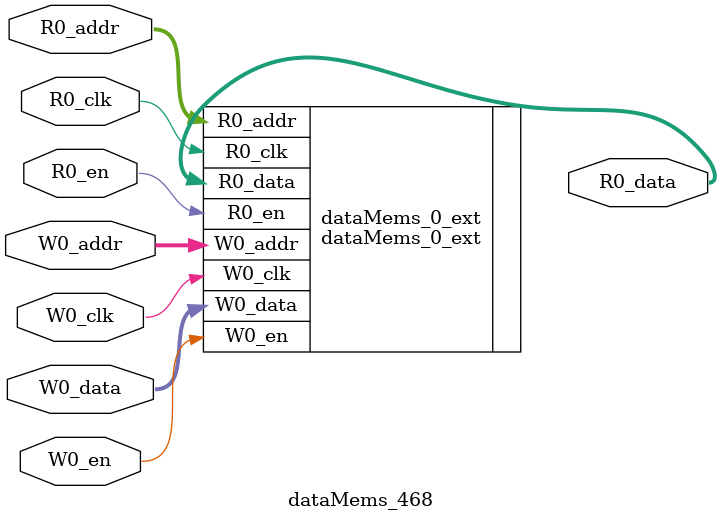
<source format=sv>
`ifndef RANDOMIZE
  `ifdef RANDOMIZE_REG_INIT
    `define RANDOMIZE
  `endif // RANDOMIZE_REG_INIT
`endif // not def RANDOMIZE
`ifndef RANDOMIZE
  `ifdef RANDOMIZE_MEM_INIT
    `define RANDOMIZE
  `endif // RANDOMIZE_MEM_INIT
`endif // not def RANDOMIZE

`ifndef RANDOM
  `define RANDOM $random
`endif // not def RANDOM

// Users can define 'PRINTF_COND' to add an extra gate to prints.
`ifndef PRINTF_COND_
  `ifdef PRINTF_COND
    `define PRINTF_COND_ (`PRINTF_COND)
  `else  // PRINTF_COND
    `define PRINTF_COND_ 1
  `endif // PRINTF_COND
`endif // not def PRINTF_COND_

// Users can define 'ASSERT_VERBOSE_COND' to add an extra gate to assert error printing.
`ifndef ASSERT_VERBOSE_COND_
  `ifdef ASSERT_VERBOSE_COND
    `define ASSERT_VERBOSE_COND_ (`ASSERT_VERBOSE_COND)
  `else  // ASSERT_VERBOSE_COND
    `define ASSERT_VERBOSE_COND_ 1
  `endif // ASSERT_VERBOSE_COND
`endif // not def ASSERT_VERBOSE_COND_

// Users can define 'STOP_COND' to add an extra gate to stop conditions.
`ifndef STOP_COND_
  `ifdef STOP_COND
    `define STOP_COND_ (`STOP_COND)
  `else  // STOP_COND
    `define STOP_COND_ 1
  `endif // STOP_COND
`endif // not def STOP_COND_

// Users can define INIT_RANDOM as general code that gets injected into the
// initializer block for modules with registers.
`ifndef INIT_RANDOM
  `define INIT_RANDOM
`endif // not def INIT_RANDOM

// If using random initialization, you can also define RANDOMIZE_DELAY to
// customize the delay used, otherwise 0.002 is used.
`ifndef RANDOMIZE_DELAY
  `define RANDOMIZE_DELAY 0.002
`endif // not def RANDOMIZE_DELAY

// Define INIT_RANDOM_PROLOG_ for use in our modules below.
`ifndef INIT_RANDOM_PROLOG_
  `ifdef RANDOMIZE
    `ifdef VERILATOR
      `define INIT_RANDOM_PROLOG_ `INIT_RANDOM
    `else  // VERILATOR
      `define INIT_RANDOM_PROLOG_ `INIT_RANDOM #`RANDOMIZE_DELAY begin end
    `endif // VERILATOR
  `else  // RANDOMIZE
    `define INIT_RANDOM_PROLOG_
  `endif // RANDOMIZE
`endif // not def INIT_RANDOM_PROLOG_

// Include register initializers in init blocks unless synthesis is set
`ifndef SYNTHESIS
  `ifndef ENABLE_INITIAL_REG_
    `define ENABLE_INITIAL_REG_
  `endif // not def ENABLE_INITIAL_REG_
`endif // not def SYNTHESIS

// Include rmemory initializers in init blocks unless synthesis is set
`ifndef SYNTHESIS
  `ifndef ENABLE_INITIAL_MEM_
    `define ENABLE_INITIAL_MEM_
  `endif // not def ENABLE_INITIAL_MEM_
`endif // not def SYNTHESIS

module dataMems_468(	// @[generators/ara/src/main/scala/UnsafeAXI4ToTL.scala:365:62]
  input  [4:0]  R0_addr,
  input         R0_en,
  input         R0_clk,
  output [66:0] R0_data,
  input  [4:0]  W0_addr,
  input         W0_en,
  input         W0_clk,
  input  [66:0] W0_data
);

  dataMems_0_ext dataMems_0_ext (	// @[generators/ara/src/main/scala/UnsafeAXI4ToTL.scala:365:62]
    .R0_addr (R0_addr),
    .R0_en   (R0_en),
    .R0_clk  (R0_clk),
    .R0_data (R0_data),
    .W0_addr (W0_addr),
    .W0_en   (W0_en),
    .W0_clk  (W0_clk),
    .W0_data (W0_data)
  );
endmodule


</source>
